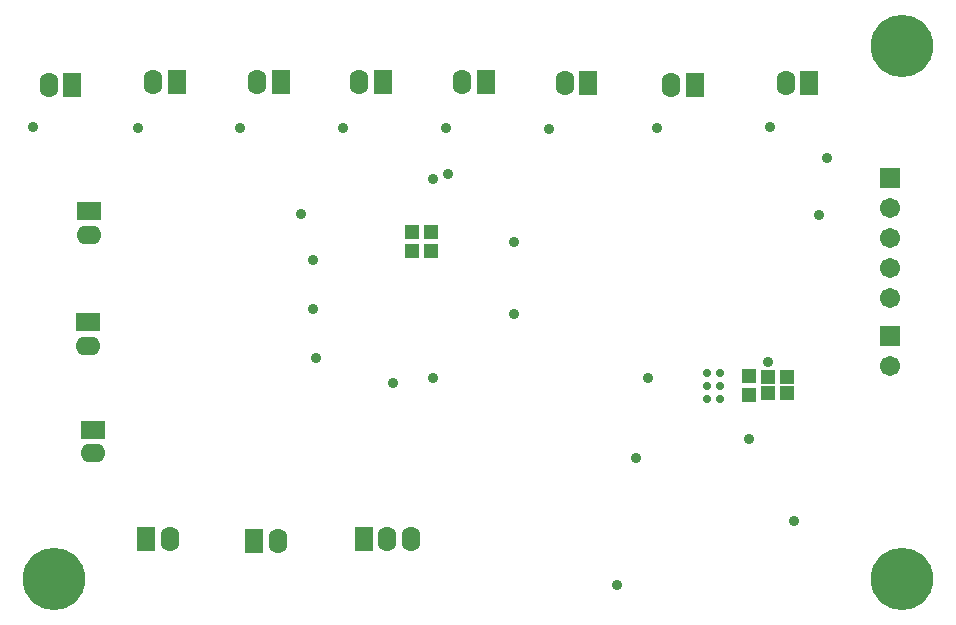
<source format=gbs>
G04*
G04 #@! TF.GenerationSoftware,Altium Limited,Altium Designer,18.1.6 (161)*
G04*
G04 Layer_Color=16711935*
%FSLAX25Y25*%
%MOIN*%
G70*
G01*
G75*
%ADD46R,0.04737X0.04540*%
%ADD49R,0.04737X0.04934*%
%ADD50R,0.04934X0.04737*%
%ADD51O,0.06300X0.08300*%
%ADD52R,0.06300X0.08300*%
%ADD53R,0.06706X0.06706*%
%ADD54C,0.06706*%
%ADD55O,0.08300X0.06300*%
%ADD56R,0.08300X0.06300*%
%ADD57C,0.02769*%
%ADD58C,0.03500*%
%ADD59C,0.20800*%
D46*
X226650Y257000D02*
D03*
X220350D02*
D03*
X226650Y250500D02*
D03*
X220350D02*
D03*
X338842Y203105D02*
D03*
X345141D02*
D03*
D49*
X332491Y202455D02*
D03*
Y208754D02*
D03*
D50*
X338842Y208605D02*
D03*
X345141D02*
D03*
D51*
X219874Y154500D02*
D03*
X212000D02*
D03*
X344776Y306500D02*
D03*
X175500Y154000D02*
D03*
X139374Y154500D02*
D03*
X237000Y307000D02*
D03*
X99126Y306000D02*
D03*
X134000Y307000D02*
D03*
X271126Y306500D02*
D03*
X168500Y307000D02*
D03*
X306626Y306000D02*
D03*
X202626Y307000D02*
D03*
D52*
X204126Y154500D02*
D03*
X352650Y306500D02*
D03*
X167626Y154000D02*
D03*
X131500Y154500D02*
D03*
X244874Y307000D02*
D03*
X107000Y306000D02*
D03*
X141874Y307000D02*
D03*
X279000Y306500D02*
D03*
X176374Y307000D02*
D03*
X314500Y306000D02*
D03*
X210500Y307000D02*
D03*
D53*
X379500Y275000D02*
D03*
Y222288D02*
D03*
D54*
Y265000D02*
D03*
Y255000D02*
D03*
Y245000D02*
D03*
Y235000D02*
D03*
Y212288D02*
D03*
D55*
X113839Y183126D02*
D03*
X112339Y219000D02*
D03*
X112500Y256000D02*
D03*
D56*
X113839Y191000D02*
D03*
X112339Y226874D02*
D03*
X112500Y263874D02*
D03*
D57*
X318676Y201274D02*
D03*
Y205605D02*
D03*
X318676Y209936D02*
D03*
X323007Y201274D02*
D03*
X323007Y205605D02*
D03*
X323007Y209936D02*
D03*
D58*
X295000Y181500D02*
D03*
X356000Y262714D02*
D03*
X358526Y281503D02*
D03*
X288500Y139272D02*
D03*
X183055Y263000D02*
D03*
X332500Y188000D02*
D03*
X187354Y247500D02*
D03*
X214000Y206575D02*
D03*
X188354Y214728D02*
D03*
X227354Y274500D02*
D03*
X232354Y276255D02*
D03*
X187354Y231105D02*
D03*
X227354Y208105D02*
D03*
X254354Y229500D02*
D03*
Y253605D02*
D03*
X339621Y292000D02*
D03*
X301749Y291500D02*
D03*
X231500D02*
D03*
X162749D02*
D03*
X265854Y291105D02*
D03*
X197354Y291605D02*
D03*
X129000Y291650D02*
D03*
X94000Y291776D02*
D03*
X347491Y160605D02*
D03*
X298991Y208105D02*
D03*
X338991Y213605D02*
D03*
D59*
X383487Y141250D02*
D03*
Y318898D02*
D03*
X100852Y141250D02*
D03*
M02*

</source>
